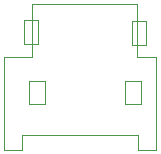
<source format=gbr>
G04 #@! TF.FileFunction,Profile,NP*
%FSLAX46Y46*%
G04 Gerber Fmt 4.6, Leading zero omitted, Abs format (unit mm)*
G04 Created by KiCad (PCBNEW 4.0.0-rc1-stable) date mån 21 sep 2015 20:07:33*
%MOMM*%
G01*
G04 APERTURE LIST*
%ADD10C,0.100000*%
G04 APERTURE END LIST*
D10*
X61136000Y-12373000D02*
X59675800Y-12373000D01*
X70956000Y-12373000D02*
X72550000Y-12373000D01*
X70956000Y-11097200D02*
X70956000Y-12373000D01*
X61136000Y-11097200D02*
X70956000Y-11097200D01*
X61136000Y-12373000D02*
X61136000Y-11097200D01*
X71680000Y-1465000D02*
X71680000Y-3465000D01*
X70480000Y-1465000D02*
X71680000Y-1465000D01*
X70480000Y-3465000D02*
X70480000Y-1465000D01*
X71680000Y-3465000D02*
X70480000Y-3465000D01*
X62540000Y-1425600D02*
X62540000Y-3457600D01*
X61340000Y-1425600D02*
X62540000Y-1425600D01*
X62540000Y-3457600D02*
X61340000Y-3457600D01*
X61340000Y-3457600D02*
X61340000Y-1425600D01*
X71230000Y-8465000D02*
X71230000Y-6565000D01*
X69880000Y-8465000D02*
X71230000Y-8465000D01*
X69880000Y-6565000D02*
X69880000Y-8465000D01*
X71230000Y-6565000D02*
X69880000Y-6565000D01*
X61790000Y-6565000D02*
X61790000Y-8465000D01*
X63140000Y-6565000D02*
X61790000Y-6565000D01*
X63140000Y-8465000D02*
X63140000Y-6565000D01*
X61790000Y-8465000D02*
X63140000Y-8465000D01*
X62038000Y0D02*
X70928000Y0D01*
X62038000Y-4500000D02*
X59675800Y-4500000D01*
X62038000Y0D02*
X62038000Y-4500000D01*
X70928000Y-4500000D02*
X72550000Y-4500000D01*
X70928000Y0D02*
X70928000Y-4500000D01*
X72550000Y-4500000D02*
X72550000Y-12373000D01*
X59675800Y-12373000D02*
X59675800Y-4500000D01*
M02*

</source>
